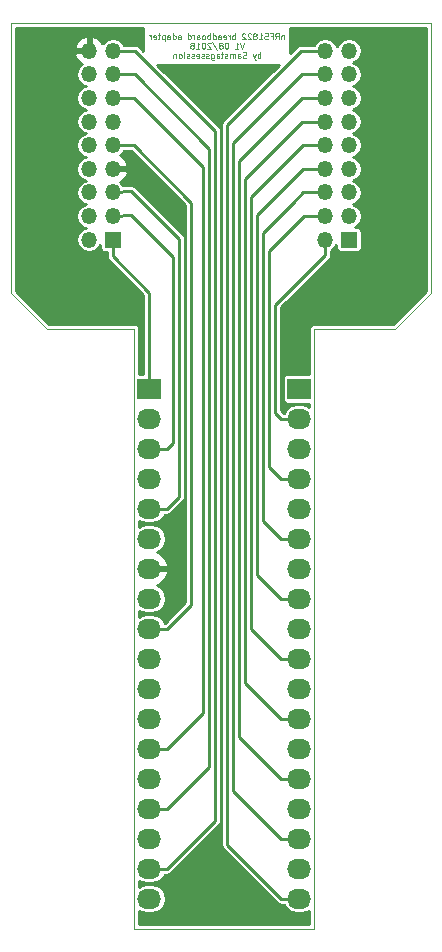
<source format=gbl>
G04 #@! TF.FileFunction,Copper,L2,Bot,Signal*
%FSLAX46Y46*%
G04 Gerber Fmt 4.6, Leading zero omitted, Abs format (unit mm)*
G04 Created by KiCad (PCBNEW 4.0.2+dfsg1-stable) date Do 23 Aug 2018 15:09:30 CEST*
%MOMM*%
G01*
G04 APERTURE LIST*
%ADD10C,0.100000*%
%ADD11R,1.350000X1.350000*%
%ADD12O,1.350000X1.350000*%
%ADD13R,2.032000X1.727200*%
%ADD14O,2.032000X1.727200*%
%ADD15C,0.600000*%
%ADD16C,0.250000*%
%ADD17C,0.254000*%
G04 APERTURE END LIST*
D10*
X123166664Y-66592857D02*
X123166664Y-66926190D01*
X123166664Y-66640476D02*
X123142855Y-66616667D01*
X123095236Y-66592857D01*
X123023807Y-66592857D01*
X122976188Y-66616667D01*
X122952379Y-66664286D01*
X122952379Y-66926190D01*
X122428569Y-66926190D02*
X122595236Y-66688095D01*
X122714283Y-66926190D02*
X122714283Y-66426190D01*
X122523807Y-66426190D01*
X122476188Y-66450000D01*
X122452379Y-66473810D01*
X122428569Y-66521429D01*
X122428569Y-66592857D01*
X122452379Y-66640476D01*
X122476188Y-66664286D01*
X122523807Y-66688095D01*
X122714283Y-66688095D01*
X122047617Y-66664286D02*
X122214283Y-66664286D01*
X122214283Y-66926190D02*
X122214283Y-66426190D01*
X121976188Y-66426190D01*
X121547617Y-66426190D02*
X121785712Y-66426190D01*
X121809522Y-66664286D01*
X121785712Y-66640476D01*
X121738093Y-66616667D01*
X121619046Y-66616667D01*
X121571427Y-66640476D01*
X121547617Y-66664286D01*
X121523808Y-66711905D01*
X121523808Y-66830952D01*
X121547617Y-66878571D01*
X121571427Y-66902381D01*
X121619046Y-66926190D01*
X121738093Y-66926190D01*
X121785712Y-66902381D01*
X121809522Y-66878571D01*
X121047618Y-66926190D02*
X121333332Y-66926190D01*
X121190475Y-66926190D02*
X121190475Y-66426190D01*
X121238094Y-66497619D01*
X121285713Y-66545238D01*
X121333332Y-66569048D01*
X120761904Y-66640476D02*
X120809523Y-66616667D01*
X120833332Y-66592857D01*
X120857142Y-66545238D01*
X120857142Y-66521429D01*
X120833332Y-66473810D01*
X120809523Y-66450000D01*
X120761904Y-66426190D01*
X120666666Y-66426190D01*
X120619047Y-66450000D01*
X120595237Y-66473810D01*
X120571428Y-66521429D01*
X120571428Y-66545238D01*
X120595237Y-66592857D01*
X120619047Y-66616667D01*
X120666666Y-66640476D01*
X120761904Y-66640476D01*
X120809523Y-66664286D01*
X120833332Y-66688095D01*
X120857142Y-66735714D01*
X120857142Y-66830952D01*
X120833332Y-66878571D01*
X120809523Y-66902381D01*
X120761904Y-66926190D01*
X120666666Y-66926190D01*
X120619047Y-66902381D01*
X120595237Y-66878571D01*
X120571428Y-66830952D01*
X120571428Y-66735714D01*
X120595237Y-66688095D01*
X120619047Y-66664286D01*
X120666666Y-66640476D01*
X120380952Y-66473810D02*
X120357142Y-66450000D01*
X120309523Y-66426190D01*
X120190476Y-66426190D01*
X120142857Y-66450000D01*
X120119047Y-66473810D01*
X120095238Y-66521429D01*
X120095238Y-66569048D01*
X120119047Y-66640476D01*
X120404761Y-66926190D01*
X120095238Y-66926190D01*
X119904762Y-66473810D02*
X119880952Y-66450000D01*
X119833333Y-66426190D01*
X119714286Y-66426190D01*
X119666667Y-66450000D01*
X119642857Y-66473810D01*
X119619048Y-66521429D01*
X119619048Y-66569048D01*
X119642857Y-66640476D01*
X119928571Y-66926190D01*
X119619048Y-66926190D01*
X119023810Y-66926190D02*
X119023810Y-66426190D01*
X119023810Y-66616667D02*
X118976191Y-66592857D01*
X118880953Y-66592857D01*
X118833334Y-66616667D01*
X118809525Y-66640476D01*
X118785715Y-66688095D01*
X118785715Y-66830952D01*
X118809525Y-66878571D01*
X118833334Y-66902381D01*
X118880953Y-66926190D01*
X118976191Y-66926190D01*
X119023810Y-66902381D01*
X118571429Y-66926190D02*
X118571429Y-66592857D01*
X118571429Y-66688095D02*
X118547620Y-66640476D01*
X118523810Y-66616667D01*
X118476191Y-66592857D01*
X118428572Y-66592857D01*
X118071429Y-66902381D02*
X118119048Y-66926190D01*
X118214286Y-66926190D01*
X118261905Y-66902381D01*
X118285715Y-66854762D01*
X118285715Y-66664286D01*
X118261905Y-66616667D01*
X118214286Y-66592857D01*
X118119048Y-66592857D01*
X118071429Y-66616667D01*
X118047620Y-66664286D01*
X118047620Y-66711905D01*
X118285715Y-66759524D01*
X117619049Y-66926190D02*
X117619049Y-66664286D01*
X117642858Y-66616667D01*
X117690477Y-66592857D01*
X117785715Y-66592857D01*
X117833334Y-66616667D01*
X117619049Y-66902381D02*
X117666668Y-66926190D01*
X117785715Y-66926190D01*
X117833334Y-66902381D01*
X117857144Y-66854762D01*
X117857144Y-66807143D01*
X117833334Y-66759524D01*
X117785715Y-66735714D01*
X117666668Y-66735714D01*
X117619049Y-66711905D01*
X117166668Y-66926190D02*
X117166668Y-66426190D01*
X117166668Y-66902381D02*
X117214287Y-66926190D01*
X117309525Y-66926190D01*
X117357144Y-66902381D01*
X117380953Y-66878571D01*
X117404763Y-66830952D01*
X117404763Y-66688095D01*
X117380953Y-66640476D01*
X117357144Y-66616667D01*
X117309525Y-66592857D01*
X117214287Y-66592857D01*
X117166668Y-66616667D01*
X116928572Y-66926190D02*
X116928572Y-66426190D01*
X116928572Y-66616667D02*
X116880953Y-66592857D01*
X116785715Y-66592857D01*
X116738096Y-66616667D01*
X116714287Y-66640476D01*
X116690477Y-66688095D01*
X116690477Y-66830952D01*
X116714287Y-66878571D01*
X116738096Y-66902381D01*
X116785715Y-66926190D01*
X116880953Y-66926190D01*
X116928572Y-66902381D01*
X116404763Y-66926190D02*
X116452382Y-66902381D01*
X116476191Y-66878571D01*
X116500001Y-66830952D01*
X116500001Y-66688095D01*
X116476191Y-66640476D01*
X116452382Y-66616667D01*
X116404763Y-66592857D01*
X116333334Y-66592857D01*
X116285715Y-66616667D01*
X116261906Y-66640476D01*
X116238096Y-66688095D01*
X116238096Y-66830952D01*
X116261906Y-66878571D01*
X116285715Y-66902381D01*
X116333334Y-66926190D01*
X116404763Y-66926190D01*
X115809525Y-66926190D02*
X115809525Y-66664286D01*
X115833334Y-66616667D01*
X115880953Y-66592857D01*
X115976191Y-66592857D01*
X116023810Y-66616667D01*
X115809525Y-66902381D02*
X115857144Y-66926190D01*
X115976191Y-66926190D01*
X116023810Y-66902381D01*
X116047620Y-66854762D01*
X116047620Y-66807143D01*
X116023810Y-66759524D01*
X115976191Y-66735714D01*
X115857144Y-66735714D01*
X115809525Y-66711905D01*
X115571429Y-66926190D02*
X115571429Y-66592857D01*
X115571429Y-66688095D02*
X115547620Y-66640476D01*
X115523810Y-66616667D01*
X115476191Y-66592857D01*
X115428572Y-66592857D01*
X115047620Y-66926190D02*
X115047620Y-66426190D01*
X115047620Y-66902381D02*
X115095239Y-66926190D01*
X115190477Y-66926190D01*
X115238096Y-66902381D01*
X115261905Y-66878571D01*
X115285715Y-66830952D01*
X115285715Y-66688095D01*
X115261905Y-66640476D01*
X115238096Y-66616667D01*
X115190477Y-66592857D01*
X115095239Y-66592857D01*
X115047620Y-66616667D01*
X114214287Y-66926190D02*
X114214287Y-66664286D01*
X114238096Y-66616667D01*
X114285715Y-66592857D01*
X114380953Y-66592857D01*
X114428572Y-66616667D01*
X114214287Y-66902381D02*
X114261906Y-66926190D01*
X114380953Y-66926190D01*
X114428572Y-66902381D01*
X114452382Y-66854762D01*
X114452382Y-66807143D01*
X114428572Y-66759524D01*
X114380953Y-66735714D01*
X114261906Y-66735714D01*
X114214287Y-66711905D01*
X113761906Y-66926190D02*
X113761906Y-66426190D01*
X113761906Y-66902381D02*
X113809525Y-66926190D01*
X113904763Y-66926190D01*
X113952382Y-66902381D01*
X113976191Y-66878571D01*
X114000001Y-66830952D01*
X114000001Y-66688095D01*
X113976191Y-66640476D01*
X113952382Y-66616667D01*
X113904763Y-66592857D01*
X113809525Y-66592857D01*
X113761906Y-66616667D01*
X113309525Y-66926190D02*
X113309525Y-66664286D01*
X113333334Y-66616667D01*
X113380953Y-66592857D01*
X113476191Y-66592857D01*
X113523810Y-66616667D01*
X113309525Y-66902381D02*
X113357144Y-66926190D01*
X113476191Y-66926190D01*
X113523810Y-66902381D01*
X113547620Y-66854762D01*
X113547620Y-66807143D01*
X113523810Y-66759524D01*
X113476191Y-66735714D01*
X113357144Y-66735714D01*
X113309525Y-66711905D01*
X113071429Y-66592857D02*
X113071429Y-67092857D01*
X113071429Y-66616667D02*
X113023810Y-66592857D01*
X112928572Y-66592857D01*
X112880953Y-66616667D01*
X112857144Y-66640476D01*
X112833334Y-66688095D01*
X112833334Y-66830952D01*
X112857144Y-66878571D01*
X112880953Y-66902381D01*
X112928572Y-66926190D01*
X113023810Y-66926190D01*
X113071429Y-66902381D01*
X112690477Y-66592857D02*
X112500001Y-66592857D01*
X112619048Y-66426190D02*
X112619048Y-66854762D01*
X112595239Y-66902381D01*
X112547620Y-66926190D01*
X112500001Y-66926190D01*
X112142858Y-66902381D02*
X112190477Y-66926190D01*
X112285715Y-66926190D01*
X112333334Y-66902381D01*
X112357144Y-66854762D01*
X112357144Y-66664286D01*
X112333334Y-66616667D01*
X112285715Y-66592857D01*
X112190477Y-66592857D01*
X112142858Y-66616667D01*
X112119049Y-66664286D01*
X112119049Y-66711905D01*
X112357144Y-66759524D01*
X111904763Y-66926190D02*
X111904763Y-66592857D01*
X111904763Y-66688095D02*
X111880954Y-66640476D01*
X111857144Y-66616667D01*
X111809525Y-66592857D01*
X111761906Y-66592857D01*
X119785712Y-67226190D02*
X119619045Y-67726190D01*
X119452379Y-67226190D01*
X119023808Y-67726190D02*
X119309522Y-67726190D01*
X119166665Y-67726190D02*
X119166665Y-67226190D01*
X119214284Y-67297619D01*
X119261903Y-67345238D01*
X119309522Y-67369048D01*
X118333332Y-67226190D02*
X118285713Y-67226190D01*
X118238094Y-67250000D01*
X118214285Y-67273810D01*
X118190475Y-67321429D01*
X118166666Y-67416667D01*
X118166666Y-67535714D01*
X118190475Y-67630952D01*
X118214285Y-67678571D01*
X118238094Y-67702381D01*
X118285713Y-67726190D01*
X118333332Y-67726190D01*
X118380951Y-67702381D01*
X118404761Y-67678571D01*
X118428570Y-67630952D01*
X118452380Y-67535714D01*
X118452380Y-67416667D01*
X118428570Y-67321429D01*
X118404761Y-67273810D01*
X118380951Y-67250000D01*
X118333332Y-67226190D01*
X117880952Y-67440476D02*
X117928571Y-67416667D01*
X117952380Y-67392857D01*
X117976190Y-67345238D01*
X117976190Y-67321429D01*
X117952380Y-67273810D01*
X117928571Y-67250000D01*
X117880952Y-67226190D01*
X117785714Y-67226190D01*
X117738095Y-67250000D01*
X117714285Y-67273810D01*
X117690476Y-67321429D01*
X117690476Y-67345238D01*
X117714285Y-67392857D01*
X117738095Y-67416667D01*
X117785714Y-67440476D01*
X117880952Y-67440476D01*
X117928571Y-67464286D01*
X117952380Y-67488095D01*
X117976190Y-67535714D01*
X117976190Y-67630952D01*
X117952380Y-67678571D01*
X117928571Y-67702381D01*
X117880952Y-67726190D01*
X117785714Y-67726190D01*
X117738095Y-67702381D01*
X117714285Y-67678571D01*
X117690476Y-67630952D01*
X117690476Y-67535714D01*
X117714285Y-67488095D01*
X117738095Y-67464286D01*
X117785714Y-67440476D01*
X117119048Y-67202381D02*
X117547619Y-67845238D01*
X116976190Y-67273810D02*
X116952380Y-67250000D01*
X116904761Y-67226190D01*
X116785714Y-67226190D01*
X116738095Y-67250000D01*
X116714285Y-67273810D01*
X116690476Y-67321429D01*
X116690476Y-67369048D01*
X116714285Y-67440476D01*
X116999999Y-67726190D01*
X116690476Y-67726190D01*
X116380952Y-67226190D02*
X116333333Y-67226190D01*
X116285714Y-67250000D01*
X116261905Y-67273810D01*
X116238095Y-67321429D01*
X116214286Y-67416667D01*
X116214286Y-67535714D01*
X116238095Y-67630952D01*
X116261905Y-67678571D01*
X116285714Y-67702381D01*
X116333333Y-67726190D01*
X116380952Y-67726190D01*
X116428571Y-67702381D01*
X116452381Y-67678571D01*
X116476190Y-67630952D01*
X116500000Y-67535714D01*
X116500000Y-67416667D01*
X116476190Y-67321429D01*
X116452381Y-67273810D01*
X116428571Y-67250000D01*
X116380952Y-67226190D01*
X115738096Y-67726190D02*
X116023810Y-67726190D01*
X115880953Y-67726190D02*
X115880953Y-67226190D01*
X115928572Y-67297619D01*
X115976191Y-67345238D01*
X116023810Y-67369048D01*
X115452382Y-67440476D02*
X115500001Y-67416667D01*
X115523810Y-67392857D01*
X115547620Y-67345238D01*
X115547620Y-67321429D01*
X115523810Y-67273810D01*
X115500001Y-67250000D01*
X115452382Y-67226190D01*
X115357144Y-67226190D01*
X115309525Y-67250000D01*
X115285715Y-67273810D01*
X115261906Y-67321429D01*
X115261906Y-67345238D01*
X115285715Y-67392857D01*
X115309525Y-67416667D01*
X115357144Y-67440476D01*
X115452382Y-67440476D01*
X115500001Y-67464286D01*
X115523810Y-67488095D01*
X115547620Y-67535714D01*
X115547620Y-67630952D01*
X115523810Y-67678571D01*
X115500001Y-67702381D01*
X115452382Y-67726190D01*
X115357144Y-67726190D01*
X115309525Y-67702381D01*
X115285715Y-67678571D01*
X115261906Y-67630952D01*
X115261906Y-67535714D01*
X115285715Y-67488095D01*
X115309525Y-67464286D01*
X115357144Y-67440476D01*
X121178570Y-68526190D02*
X121178570Y-68026190D01*
X121178570Y-68216667D02*
X121130951Y-68192857D01*
X121035713Y-68192857D01*
X120988094Y-68216667D01*
X120964285Y-68240476D01*
X120940475Y-68288095D01*
X120940475Y-68430952D01*
X120964285Y-68478571D01*
X120988094Y-68502381D01*
X121035713Y-68526190D01*
X121130951Y-68526190D01*
X121178570Y-68502381D01*
X120773808Y-68192857D02*
X120654761Y-68526190D01*
X120535713Y-68192857D02*
X120654761Y-68526190D01*
X120702380Y-68645238D01*
X120726189Y-68669048D01*
X120773808Y-68692857D01*
X119988095Y-68502381D02*
X119916666Y-68526190D01*
X119797619Y-68526190D01*
X119750000Y-68502381D01*
X119726190Y-68478571D01*
X119702381Y-68430952D01*
X119702381Y-68383333D01*
X119726190Y-68335714D01*
X119750000Y-68311905D01*
X119797619Y-68288095D01*
X119892857Y-68264286D01*
X119940476Y-68240476D01*
X119964285Y-68216667D01*
X119988095Y-68169048D01*
X119988095Y-68121429D01*
X119964285Y-68073810D01*
X119940476Y-68050000D01*
X119892857Y-68026190D01*
X119773809Y-68026190D01*
X119702381Y-68050000D01*
X119273810Y-68526190D02*
X119273810Y-68264286D01*
X119297619Y-68216667D01*
X119345238Y-68192857D01*
X119440476Y-68192857D01*
X119488095Y-68216667D01*
X119273810Y-68502381D02*
X119321429Y-68526190D01*
X119440476Y-68526190D01*
X119488095Y-68502381D01*
X119511905Y-68454762D01*
X119511905Y-68407143D01*
X119488095Y-68359524D01*
X119440476Y-68335714D01*
X119321429Y-68335714D01*
X119273810Y-68311905D01*
X119035714Y-68526190D02*
X119035714Y-68192857D01*
X119035714Y-68240476D02*
X119011905Y-68216667D01*
X118964286Y-68192857D01*
X118892857Y-68192857D01*
X118845238Y-68216667D01*
X118821429Y-68264286D01*
X118821429Y-68526190D01*
X118821429Y-68264286D02*
X118797619Y-68216667D01*
X118750000Y-68192857D01*
X118678572Y-68192857D01*
X118630952Y-68216667D01*
X118607143Y-68264286D01*
X118607143Y-68526190D01*
X118392857Y-68502381D02*
X118345238Y-68526190D01*
X118250000Y-68526190D01*
X118202381Y-68502381D01*
X118178571Y-68454762D01*
X118178571Y-68430952D01*
X118202381Y-68383333D01*
X118250000Y-68359524D01*
X118321428Y-68359524D01*
X118369047Y-68335714D01*
X118392857Y-68288095D01*
X118392857Y-68264286D01*
X118369047Y-68216667D01*
X118321428Y-68192857D01*
X118250000Y-68192857D01*
X118202381Y-68216667D01*
X118035714Y-68192857D02*
X117845238Y-68192857D01*
X117964285Y-68026190D02*
X117964285Y-68454762D01*
X117940476Y-68502381D01*
X117892857Y-68526190D01*
X117845238Y-68526190D01*
X117464286Y-68526190D02*
X117464286Y-68264286D01*
X117488095Y-68216667D01*
X117535714Y-68192857D01*
X117630952Y-68192857D01*
X117678571Y-68216667D01*
X117464286Y-68502381D02*
X117511905Y-68526190D01*
X117630952Y-68526190D01*
X117678571Y-68502381D01*
X117702381Y-68454762D01*
X117702381Y-68407143D01*
X117678571Y-68359524D01*
X117630952Y-68335714D01*
X117511905Y-68335714D01*
X117464286Y-68311905D01*
X117011905Y-68192857D02*
X117011905Y-68597619D01*
X117035714Y-68645238D01*
X117059524Y-68669048D01*
X117107143Y-68692857D01*
X117178571Y-68692857D01*
X117226190Y-68669048D01*
X117011905Y-68502381D02*
X117059524Y-68526190D01*
X117154762Y-68526190D01*
X117202381Y-68502381D01*
X117226190Y-68478571D01*
X117250000Y-68430952D01*
X117250000Y-68288095D01*
X117226190Y-68240476D01*
X117202381Y-68216667D01*
X117154762Y-68192857D01*
X117059524Y-68192857D01*
X117011905Y-68216667D01*
X116797619Y-68502381D02*
X116750000Y-68526190D01*
X116654762Y-68526190D01*
X116607143Y-68502381D01*
X116583333Y-68454762D01*
X116583333Y-68430952D01*
X116607143Y-68383333D01*
X116654762Y-68359524D01*
X116726190Y-68359524D01*
X116773809Y-68335714D01*
X116797619Y-68288095D01*
X116797619Y-68264286D01*
X116773809Y-68216667D01*
X116726190Y-68192857D01*
X116654762Y-68192857D01*
X116607143Y-68216667D01*
X116392857Y-68502381D02*
X116345238Y-68526190D01*
X116250000Y-68526190D01*
X116202381Y-68502381D01*
X116178571Y-68454762D01*
X116178571Y-68430952D01*
X116202381Y-68383333D01*
X116250000Y-68359524D01*
X116321428Y-68359524D01*
X116369047Y-68335714D01*
X116392857Y-68288095D01*
X116392857Y-68264286D01*
X116369047Y-68216667D01*
X116321428Y-68192857D01*
X116250000Y-68192857D01*
X116202381Y-68216667D01*
X115773809Y-68502381D02*
X115821428Y-68526190D01*
X115916666Y-68526190D01*
X115964285Y-68502381D01*
X115988095Y-68454762D01*
X115988095Y-68264286D01*
X115964285Y-68216667D01*
X115916666Y-68192857D01*
X115821428Y-68192857D01*
X115773809Y-68216667D01*
X115750000Y-68264286D01*
X115750000Y-68311905D01*
X115988095Y-68359524D01*
X115559524Y-68502381D02*
X115511905Y-68526190D01*
X115416667Y-68526190D01*
X115369048Y-68502381D01*
X115345238Y-68454762D01*
X115345238Y-68430952D01*
X115369048Y-68383333D01*
X115416667Y-68359524D01*
X115488095Y-68359524D01*
X115535714Y-68335714D01*
X115559524Y-68288095D01*
X115559524Y-68264286D01*
X115535714Y-68216667D01*
X115488095Y-68192857D01*
X115416667Y-68192857D01*
X115369048Y-68216667D01*
X115154762Y-68502381D02*
X115107143Y-68526190D01*
X115011905Y-68526190D01*
X114964286Y-68502381D01*
X114940476Y-68454762D01*
X114940476Y-68430952D01*
X114964286Y-68383333D01*
X115011905Y-68359524D01*
X115083333Y-68359524D01*
X115130952Y-68335714D01*
X115154762Y-68288095D01*
X115154762Y-68264286D01*
X115130952Y-68216667D01*
X115083333Y-68192857D01*
X115011905Y-68192857D01*
X114964286Y-68216667D01*
X114726190Y-68526190D02*
X114726190Y-68192857D01*
X114726190Y-68026190D02*
X114750000Y-68050000D01*
X114726190Y-68073810D01*
X114702381Y-68050000D01*
X114726190Y-68026190D01*
X114726190Y-68073810D01*
X114416667Y-68526190D02*
X114464286Y-68502381D01*
X114488095Y-68478571D01*
X114511905Y-68430952D01*
X114511905Y-68288095D01*
X114488095Y-68240476D01*
X114464286Y-68216667D01*
X114416667Y-68192857D01*
X114345238Y-68192857D01*
X114297619Y-68216667D01*
X114273810Y-68240476D01*
X114250000Y-68288095D01*
X114250000Y-68430952D01*
X114273810Y-68478571D01*
X114297619Y-68502381D01*
X114345238Y-68526190D01*
X114416667Y-68526190D01*
X114035714Y-68192857D02*
X114035714Y-68526190D01*
X114035714Y-68240476D02*
X114011905Y-68216667D01*
X113964286Y-68192857D01*
X113892857Y-68192857D01*
X113845238Y-68216667D01*
X113821429Y-68264286D01*
X113821429Y-68526190D01*
X135636000Y-88392000D02*
X135636000Y-65532000D01*
X125730000Y-91440000D02*
X132588000Y-91440000D01*
X103124000Y-91440000D02*
X110490000Y-91440000D01*
X100076000Y-88392000D02*
X103124000Y-91440000D01*
X110490000Y-142240000D02*
X125730000Y-142240000D01*
X125730000Y-91440000D02*
X125730000Y-142240000D01*
X132588000Y-91440000D02*
X135636000Y-88392000D01*
X110490000Y-91440000D02*
X110490000Y-142240000D01*
X100076000Y-65532000D02*
X100076000Y-88392000D01*
X135636000Y-65532000D02*
X100076000Y-65532000D01*
D11*
X108680000Y-83900000D03*
D12*
X106680000Y-83900000D03*
X108680000Y-81900000D03*
X106680000Y-81900000D03*
X108680000Y-79900000D03*
X106680000Y-79900000D03*
X108680000Y-77900000D03*
X106680000Y-77900000D03*
X108680000Y-75900000D03*
X106680000Y-75900000D03*
X108680000Y-73900000D03*
X106680000Y-73900000D03*
X108680000Y-71900000D03*
X106680000Y-71900000D03*
X108680000Y-69900000D03*
X106680000Y-69900000D03*
X108680000Y-67900000D03*
X106680000Y-67900000D03*
D11*
X128680000Y-83900000D03*
D12*
X126680000Y-83900000D03*
X128680000Y-81900000D03*
X126680000Y-81900000D03*
X128680000Y-79900000D03*
X126680000Y-79900000D03*
X128680000Y-77900000D03*
X126680000Y-77900000D03*
X128680000Y-75900000D03*
X126680000Y-75900000D03*
X128680000Y-73900000D03*
X126680000Y-73900000D03*
X128680000Y-71900000D03*
X126680000Y-71900000D03*
X128680000Y-69900000D03*
X126680000Y-69900000D03*
X128680000Y-67900000D03*
X126680000Y-67900000D03*
D13*
X111760000Y-96520000D03*
D14*
X111760000Y-99060000D03*
X111760000Y-101600000D03*
X111760000Y-104140000D03*
X111760000Y-106680000D03*
X111760000Y-109220000D03*
X111760000Y-111760000D03*
X111760000Y-114300000D03*
X111760000Y-116840000D03*
X111760000Y-119380000D03*
X111760000Y-121920000D03*
X111760000Y-124460000D03*
X111760000Y-127000000D03*
X111760000Y-129540000D03*
X111760000Y-132080000D03*
X111760000Y-134620000D03*
X111760000Y-137160000D03*
X111760000Y-139700000D03*
D13*
X124460000Y-96520000D03*
D14*
X124460000Y-99060000D03*
X124460000Y-101600000D03*
X124460000Y-104140000D03*
X124460000Y-106680000D03*
X124460000Y-109220000D03*
X124460000Y-111760000D03*
X124460000Y-114300000D03*
X124460000Y-116840000D03*
X124460000Y-119380000D03*
X124460000Y-121920000D03*
X124460000Y-124460000D03*
X124460000Y-127000000D03*
X124460000Y-129540000D03*
X124460000Y-132080000D03*
X124460000Y-134620000D03*
X124460000Y-137160000D03*
X124460000Y-139700000D03*
D15*
X120650000Y-70866000D03*
X115062000Y-70866000D03*
X124841000Y-66802000D03*
D16*
X108680000Y-83900000D02*
X108680000Y-85312000D01*
X111760000Y-88392000D02*
X111760000Y-96520000D01*
X108680000Y-85312000D02*
X111760000Y-88392000D01*
X108680000Y-81900000D02*
X110236000Y-81788000D01*
X113284000Y-101600000D02*
X111760000Y-101600000D01*
X113792000Y-101092000D02*
X113284000Y-101600000D01*
X113792000Y-85344000D02*
X113792000Y-101092000D01*
X110236000Y-81788000D02*
X113792000Y-85344000D01*
X108680000Y-79900000D02*
X110236000Y-79756000D01*
X113284000Y-106680000D02*
X111760000Y-106680000D01*
X114300000Y-105664000D02*
X113284000Y-106680000D01*
X114300000Y-83820000D02*
X114300000Y-105664000D01*
X110236000Y-79756000D02*
X114300000Y-83820000D01*
X115062000Y-70866000D02*
X120650000Y-70866000D01*
X108680000Y-77900000D02*
X110412000Y-77900000D01*
X110412000Y-77900000D02*
X110744000Y-78232000D01*
X113284000Y-111760000D02*
X111760000Y-111760000D01*
X114808000Y-110236000D02*
X113284000Y-111760000D01*
X114808000Y-82296000D02*
X114808000Y-110236000D01*
X110744000Y-78232000D02*
X114808000Y-82296000D01*
X108680000Y-75900000D02*
X110444000Y-75900000D01*
X113284000Y-116840000D02*
X111760000Y-116840000D01*
X115316000Y-114808000D02*
X113284000Y-116840000D01*
X115316000Y-80772000D02*
X115316000Y-114808000D01*
X110444000Y-75900000D02*
X115316000Y-80772000D01*
X108680000Y-71900000D02*
X110508000Y-71900000D01*
X113284000Y-127000000D02*
X111760000Y-127000000D01*
X116332000Y-123952000D02*
X113284000Y-127000000D01*
X116332000Y-77724000D02*
X116332000Y-123952000D01*
X110508000Y-71900000D02*
X116332000Y-77724000D01*
X108680000Y-69900000D02*
X110540000Y-69900000D01*
X113284000Y-132080000D02*
X111760000Y-132080000D01*
X116840000Y-128524000D02*
X113284000Y-132080000D01*
X116840000Y-76200000D02*
X116840000Y-128524000D01*
X110540000Y-69900000D02*
X116840000Y-76200000D01*
X108680000Y-67900000D02*
X110572000Y-67900000D01*
X113284000Y-137160000D02*
X111760000Y-137160000D01*
X117348000Y-133096000D02*
X113284000Y-137160000D01*
X117348000Y-74676000D02*
X117348000Y-133096000D01*
X110572000Y-67900000D02*
X117348000Y-74676000D01*
X126680000Y-83900000D02*
X126680000Y-85156000D01*
X122936000Y-99060000D02*
X124460000Y-99060000D01*
X122428000Y-98552000D02*
X122936000Y-99060000D01*
X122428000Y-89408000D02*
X122428000Y-98552000D01*
X126680000Y-85156000D02*
X122428000Y-89408000D01*
X126680000Y-81900000D02*
X124856000Y-81900000D01*
X122936000Y-104140000D02*
X124460000Y-104140000D01*
X121920000Y-103124000D02*
X122936000Y-104140000D01*
X121920000Y-88900000D02*
X121920000Y-103124000D01*
X121920000Y-84836000D02*
X121920000Y-88900000D01*
X124460000Y-82296000D02*
X121920000Y-84836000D01*
X124856000Y-81900000D02*
X124460000Y-82296000D01*
X126680000Y-79900000D02*
X124824000Y-79900000D01*
X122936000Y-109220000D02*
X124460000Y-109220000D01*
X121412000Y-107696000D02*
X122936000Y-109220000D01*
X121412000Y-88392000D02*
X121412000Y-107696000D01*
X121412000Y-83312000D02*
X121412000Y-88392000D01*
X123952000Y-80772000D02*
X121412000Y-83312000D01*
X124824000Y-79900000D02*
X123952000Y-80772000D01*
X126680000Y-77900000D02*
X124792000Y-77900000D01*
X122936000Y-114300000D02*
X124460000Y-114300000D01*
X120904000Y-112268000D02*
X122936000Y-114300000D01*
X120904000Y-87884000D02*
X120904000Y-112268000D01*
X120904000Y-81788000D02*
X120904000Y-87884000D01*
X123444000Y-79248000D02*
X120904000Y-81788000D01*
X124792000Y-77900000D02*
X123444000Y-79248000D01*
X126680000Y-75900000D02*
X124760000Y-75900000D01*
X122936000Y-119380000D02*
X124460000Y-119380000D01*
X120396000Y-116840000D02*
X122936000Y-119380000D01*
X120396000Y-87376000D02*
X120396000Y-116840000D01*
X120396000Y-80264000D02*
X120396000Y-87376000D01*
X122936000Y-77724000D02*
X120396000Y-80264000D01*
X124760000Y-75900000D02*
X122936000Y-77724000D01*
X126680000Y-73900000D02*
X124728000Y-73900000D01*
X122936000Y-124460000D02*
X124460000Y-124460000D01*
X119888000Y-121412000D02*
X122936000Y-124460000D01*
X119888000Y-86868000D02*
X119888000Y-121412000D01*
X119888000Y-78740000D02*
X119888000Y-86868000D01*
X122428000Y-76200000D02*
X119888000Y-78740000D01*
X124728000Y-73900000D02*
X122428000Y-76200000D01*
X126680000Y-71900000D02*
X124696000Y-71900000D01*
X122936000Y-129540000D02*
X124460000Y-129540000D01*
X119380000Y-125984000D02*
X122936000Y-129540000D01*
X119380000Y-86360000D02*
X119380000Y-125984000D01*
X119380000Y-77216000D02*
X119380000Y-86360000D01*
X121977998Y-74618002D02*
X119380000Y-77216000D01*
X124696000Y-71900000D02*
X121977998Y-74618002D01*
X126680000Y-69900000D02*
X124664000Y-69900000D01*
X122936000Y-134620000D02*
X124460000Y-134620000D01*
X118872000Y-130556000D02*
X122936000Y-134620000D01*
X118872000Y-85852000D02*
X118872000Y-130556000D01*
X118872000Y-75692000D02*
X118872000Y-85852000D01*
X121412000Y-73152000D02*
X118872000Y-75692000D01*
X124664000Y-69900000D02*
X121412000Y-73152000D01*
X122936000Y-139700000D02*
X124460000Y-139700000D01*
X118364000Y-135128000D02*
X122936000Y-139700000D01*
X126680000Y-67900000D02*
X124632000Y-67900000D01*
X118364000Y-85344000D02*
X118364000Y-135128000D01*
X118364000Y-74168000D02*
X118364000Y-85344000D01*
X120904000Y-71628000D02*
X118364000Y-74168000D01*
X124632000Y-67900000D02*
X120904000Y-71628000D01*
D17*
G36*
X118006204Y-73810204D02*
X117896517Y-73974362D01*
X117858000Y-74168000D01*
X117858000Y-135128000D01*
X117896517Y-135321638D01*
X118006204Y-135485796D01*
X122578204Y-140057796D01*
X122742362Y-140167483D01*
X122936000Y-140206000D01*
X123150224Y-140206000D01*
X123400166Y-140580065D01*
X123803943Y-140849860D01*
X124280231Y-140944600D01*
X124639769Y-140944600D01*
X125116057Y-140849860D01*
X125299000Y-140727621D01*
X125299000Y-141809000D01*
X110921000Y-141809000D01*
X110921000Y-140727621D01*
X111103943Y-140849860D01*
X111580231Y-140944600D01*
X111939769Y-140944600D01*
X112416057Y-140849860D01*
X112819834Y-140580065D01*
X113089629Y-140176288D01*
X113184369Y-139700000D01*
X113089629Y-139223712D01*
X112819834Y-138819935D01*
X112416057Y-138550140D01*
X111939769Y-138455400D01*
X111580231Y-138455400D01*
X111103943Y-138550140D01*
X110921000Y-138672379D01*
X110921000Y-138187621D01*
X111103943Y-138309860D01*
X111580231Y-138404600D01*
X111939769Y-138404600D01*
X112416057Y-138309860D01*
X112819834Y-138040065D01*
X113069776Y-137666000D01*
X113284000Y-137666000D01*
X113477638Y-137627483D01*
X113641796Y-137517796D01*
X117705796Y-133453796D01*
X117815483Y-133289638D01*
X117854000Y-133096000D01*
X117854000Y-74676000D01*
X117815483Y-74482362D01*
X117705796Y-74318204D01*
X112468592Y-69081000D01*
X122735408Y-69081000D01*
X118006204Y-73810204D01*
X118006204Y-73810204D01*
G37*
X118006204Y-73810204D02*
X117896517Y-73974362D01*
X117858000Y-74168000D01*
X117858000Y-135128000D01*
X117896517Y-135321638D01*
X118006204Y-135485796D01*
X122578204Y-140057796D01*
X122742362Y-140167483D01*
X122936000Y-140206000D01*
X123150224Y-140206000D01*
X123400166Y-140580065D01*
X123803943Y-140849860D01*
X124280231Y-140944600D01*
X124639769Y-140944600D01*
X125116057Y-140849860D01*
X125299000Y-140727621D01*
X125299000Y-141809000D01*
X110921000Y-141809000D01*
X110921000Y-140727621D01*
X111103943Y-140849860D01*
X111580231Y-140944600D01*
X111939769Y-140944600D01*
X112416057Y-140849860D01*
X112819834Y-140580065D01*
X113089629Y-140176288D01*
X113184369Y-139700000D01*
X113089629Y-139223712D01*
X112819834Y-138819935D01*
X112416057Y-138550140D01*
X111939769Y-138455400D01*
X111580231Y-138455400D01*
X111103943Y-138550140D01*
X110921000Y-138672379D01*
X110921000Y-138187621D01*
X111103943Y-138309860D01*
X111580231Y-138404600D01*
X111939769Y-138404600D01*
X112416057Y-138309860D01*
X112819834Y-138040065D01*
X113069776Y-137666000D01*
X113284000Y-137666000D01*
X113477638Y-137627483D01*
X113641796Y-137517796D01*
X117705796Y-133453796D01*
X117815483Y-133289638D01*
X117854000Y-133096000D01*
X117854000Y-74676000D01*
X117815483Y-74482362D01*
X117705796Y-74318204D01*
X112468592Y-69081000D01*
X122735408Y-69081000D01*
X118006204Y-73810204D01*
G36*
X114810000Y-80981592D02*
X114810000Y-114598408D01*
X113074408Y-116334000D01*
X113069776Y-116334000D01*
X112819834Y-115959935D01*
X112416057Y-115690140D01*
X111939769Y-115595400D01*
X111580231Y-115595400D01*
X111103943Y-115690140D01*
X110921000Y-115812379D01*
X110921000Y-115327621D01*
X111103943Y-115449860D01*
X111580231Y-115544600D01*
X111939769Y-115544600D01*
X112416057Y-115449860D01*
X112819834Y-115180065D01*
X113089629Y-114776288D01*
X113184369Y-114300000D01*
X113089629Y-113823712D01*
X112819834Y-113419935D01*
X112416057Y-113150140D01*
X112401757Y-113147296D01*
X112674320Y-113051954D01*
X113110732Y-112662036D01*
X113364709Y-112134791D01*
X113367358Y-112119026D01*
X113246217Y-111887000D01*
X111887000Y-111887000D01*
X111887000Y-111907000D01*
X111633000Y-111907000D01*
X111633000Y-111887000D01*
X111613000Y-111887000D01*
X111613000Y-111633000D01*
X111633000Y-111633000D01*
X111633000Y-111613000D01*
X111887000Y-111613000D01*
X111887000Y-111633000D01*
X113246217Y-111633000D01*
X113367358Y-111400974D01*
X113364709Y-111385209D01*
X113110732Y-110857964D01*
X112674320Y-110468046D01*
X112401757Y-110372704D01*
X112416057Y-110369860D01*
X112819834Y-110100065D01*
X113089629Y-109696288D01*
X113184369Y-109220000D01*
X113089629Y-108743712D01*
X112819834Y-108339935D01*
X112416057Y-108070140D01*
X111939769Y-107975400D01*
X111580231Y-107975400D01*
X111103943Y-108070140D01*
X110921000Y-108192379D01*
X110921000Y-107707621D01*
X111103943Y-107829860D01*
X111580231Y-107924600D01*
X111939769Y-107924600D01*
X112416057Y-107829860D01*
X112819834Y-107560065D01*
X113069776Y-107186000D01*
X113284000Y-107186000D01*
X113477638Y-107147483D01*
X113641796Y-107037796D01*
X114657796Y-106021796D01*
X114767483Y-105857638D01*
X114806000Y-105664000D01*
X114806000Y-83820000D01*
X114767483Y-83626362D01*
X114657796Y-83462204D01*
X110593796Y-79398204D01*
X110574169Y-79385090D01*
X110559302Y-79366755D01*
X110492664Y-79330630D01*
X110429638Y-79288517D01*
X110406487Y-79283912D01*
X110385735Y-79272662D01*
X110310343Y-79264788D01*
X110236000Y-79250000D01*
X110212849Y-79254605D01*
X110189371Y-79252153D01*
X109552811Y-79311063D01*
X109447393Y-79153295D01*
X109276166Y-79038885D01*
X109469540Y-78945349D01*
X109809478Y-78563633D01*
X109947910Y-78229400D01*
X109824224Y-78027000D01*
X108807000Y-78027000D01*
X108807000Y-78047000D01*
X108553000Y-78047000D01*
X108553000Y-78027000D01*
X108533000Y-78027000D01*
X108533000Y-77773000D01*
X108553000Y-77773000D01*
X108553000Y-77753000D01*
X108807000Y-77753000D01*
X108807000Y-77773000D01*
X109824224Y-77773000D01*
X109947910Y-77570600D01*
X109809478Y-77236367D01*
X109469540Y-76854651D01*
X109276166Y-76761115D01*
X109447393Y-76646705D01*
X109608227Y-76406000D01*
X110234408Y-76406000D01*
X114810000Y-80981592D01*
X114810000Y-80981592D01*
G37*
X114810000Y-80981592D02*
X114810000Y-114598408D01*
X113074408Y-116334000D01*
X113069776Y-116334000D01*
X112819834Y-115959935D01*
X112416057Y-115690140D01*
X111939769Y-115595400D01*
X111580231Y-115595400D01*
X111103943Y-115690140D01*
X110921000Y-115812379D01*
X110921000Y-115327621D01*
X111103943Y-115449860D01*
X111580231Y-115544600D01*
X111939769Y-115544600D01*
X112416057Y-115449860D01*
X112819834Y-115180065D01*
X113089629Y-114776288D01*
X113184369Y-114300000D01*
X113089629Y-113823712D01*
X112819834Y-113419935D01*
X112416057Y-113150140D01*
X112401757Y-113147296D01*
X112674320Y-113051954D01*
X113110732Y-112662036D01*
X113364709Y-112134791D01*
X113367358Y-112119026D01*
X113246217Y-111887000D01*
X111887000Y-111887000D01*
X111887000Y-111907000D01*
X111633000Y-111907000D01*
X111633000Y-111887000D01*
X111613000Y-111887000D01*
X111613000Y-111633000D01*
X111633000Y-111633000D01*
X111633000Y-111613000D01*
X111887000Y-111613000D01*
X111887000Y-111633000D01*
X113246217Y-111633000D01*
X113367358Y-111400974D01*
X113364709Y-111385209D01*
X113110732Y-110857964D01*
X112674320Y-110468046D01*
X112401757Y-110372704D01*
X112416057Y-110369860D01*
X112819834Y-110100065D01*
X113089629Y-109696288D01*
X113184369Y-109220000D01*
X113089629Y-108743712D01*
X112819834Y-108339935D01*
X112416057Y-108070140D01*
X111939769Y-107975400D01*
X111580231Y-107975400D01*
X111103943Y-108070140D01*
X110921000Y-108192379D01*
X110921000Y-107707621D01*
X111103943Y-107829860D01*
X111580231Y-107924600D01*
X111939769Y-107924600D01*
X112416057Y-107829860D01*
X112819834Y-107560065D01*
X113069776Y-107186000D01*
X113284000Y-107186000D01*
X113477638Y-107147483D01*
X113641796Y-107037796D01*
X114657796Y-106021796D01*
X114767483Y-105857638D01*
X114806000Y-105664000D01*
X114806000Y-83820000D01*
X114767483Y-83626362D01*
X114657796Y-83462204D01*
X110593796Y-79398204D01*
X110574169Y-79385090D01*
X110559302Y-79366755D01*
X110492664Y-79330630D01*
X110429638Y-79288517D01*
X110406487Y-79283912D01*
X110385735Y-79272662D01*
X110310343Y-79264788D01*
X110236000Y-79250000D01*
X110212849Y-79254605D01*
X110189371Y-79252153D01*
X109552811Y-79311063D01*
X109447393Y-79153295D01*
X109276166Y-79038885D01*
X109469540Y-78945349D01*
X109809478Y-78563633D01*
X109947910Y-78229400D01*
X109824224Y-78027000D01*
X108807000Y-78027000D01*
X108807000Y-78047000D01*
X108553000Y-78047000D01*
X108553000Y-78027000D01*
X108533000Y-78027000D01*
X108533000Y-77773000D01*
X108553000Y-77773000D01*
X108553000Y-77753000D01*
X108807000Y-77753000D01*
X108807000Y-77773000D01*
X109824224Y-77773000D01*
X109947910Y-77570600D01*
X109809478Y-77236367D01*
X109469540Y-76854651D01*
X109276166Y-76761115D01*
X109447393Y-76646705D01*
X109608227Y-76406000D01*
X110234408Y-76406000D01*
X114810000Y-80981592D01*
G36*
X111887000Y-98933000D02*
X111907000Y-98933000D01*
X111907000Y-99187000D01*
X111887000Y-99187000D01*
X111887000Y-99207000D01*
X111633000Y-99207000D01*
X111633000Y-99187000D01*
X111613000Y-99187000D01*
X111613000Y-98933000D01*
X111633000Y-98933000D01*
X111633000Y-98913000D01*
X111887000Y-98913000D01*
X111887000Y-98933000D01*
X111887000Y-98933000D01*
G37*
X111887000Y-98933000D02*
X111907000Y-98933000D01*
X111907000Y-99187000D01*
X111887000Y-99187000D01*
X111887000Y-99207000D01*
X111633000Y-99207000D01*
X111633000Y-99187000D01*
X111613000Y-99187000D01*
X111613000Y-98933000D01*
X111633000Y-98933000D01*
X111633000Y-98913000D01*
X111887000Y-98913000D01*
X111887000Y-98933000D01*
G36*
X135205000Y-88213474D02*
X132409474Y-91009000D01*
X125730000Y-91009000D01*
X125565063Y-91041808D01*
X125425237Y-91135237D01*
X125331808Y-91275063D01*
X125299000Y-91440000D01*
X125299000Y-95267936D01*
X123444000Y-95267936D01*
X123302810Y-95294503D01*
X123173135Y-95377946D01*
X123086141Y-95505266D01*
X123055536Y-95656400D01*
X123055536Y-97383600D01*
X123082103Y-97524790D01*
X123165546Y-97654465D01*
X123292866Y-97741459D01*
X123444000Y-97772064D01*
X125299000Y-97772064D01*
X125299000Y-98032379D01*
X125116057Y-97910140D01*
X124639769Y-97815400D01*
X124280231Y-97815400D01*
X123803943Y-97910140D01*
X123400166Y-98179935D01*
X123150224Y-98554000D01*
X123145592Y-98554000D01*
X122934000Y-98342408D01*
X122934000Y-89617592D01*
X127037796Y-85513796D01*
X127147483Y-85349638D01*
X127186000Y-85156000D01*
X127186000Y-84821362D01*
X127447393Y-84646705D01*
X127616536Y-84393565D01*
X127616536Y-84575000D01*
X127643103Y-84716190D01*
X127726546Y-84845865D01*
X127853866Y-84932859D01*
X128005000Y-84963464D01*
X129355000Y-84963464D01*
X129496190Y-84936897D01*
X129625865Y-84853454D01*
X129712859Y-84726134D01*
X129743464Y-84575000D01*
X129743464Y-83225000D01*
X129716897Y-83083810D01*
X129633454Y-82954135D01*
X129506134Y-82867141D01*
X129355000Y-82836536D01*
X129163291Y-82836536D01*
X129447393Y-82646705D01*
X129676305Y-82304114D01*
X129756688Y-81900000D01*
X129676305Y-81495886D01*
X129447393Y-81153295D01*
X129104802Y-80924383D01*
X128982220Y-80900000D01*
X129104802Y-80875617D01*
X129447393Y-80646705D01*
X129676305Y-80304114D01*
X129756688Y-79900000D01*
X129676305Y-79495886D01*
X129447393Y-79153295D01*
X129104802Y-78924383D01*
X128982220Y-78900000D01*
X129104802Y-78875617D01*
X129447393Y-78646705D01*
X129676305Y-78304114D01*
X129756688Y-77900000D01*
X129676305Y-77495886D01*
X129447393Y-77153295D01*
X129104802Y-76924383D01*
X128982220Y-76900000D01*
X129104802Y-76875617D01*
X129447393Y-76646705D01*
X129676305Y-76304114D01*
X129756688Y-75900000D01*
X129676305Y-75495886D01*
X129447393Y-75153295D01*
X129104802Y-74924383D01*
X128982220Y-74900000D01*
X129104802Y-74875617D01*
X129447393Y-74646705D01*
X129676305Y-74304114D01*
X129756688Y-73900000D01*
X129676305Y-73495886D01*
X129447393Y-73153295D01*
X129104802Y-72924383D01*
X128982220Y-72900000D01*
X129104802Y-72875617D01*
X129447393Y-72646705D01*
X129676305Y-72304114D01*
X129756688Y-71900000D01*
X129676305Y-71495886D01*
X129447393Y-71153295D01*
X129104802Y-70924383D01*
X128982220Y-70900000D01*
X129104802Y-70875617D01*
X129447393Y-70646705D01*
X129676305Y-70304114D01*
X129756688Y-69900000D01*
X129676305Y-69495886D01*
X129447393Y-69153295D01*
X129104802Y-68924383D01*
X128982220Y-68900000D01*
X129104802Y-68875617D01*
X129447393Y-68646705D01*
X129676305Y-68304114D01*
X129756688Y-67900000D01*
X129676305Y-67495886D01*
X129447393Y-67153295D01*
X129104802Y-66924383D01*
X128700688Y-66844000D01*
X128659312Y-66844000D01*
X128255198Y-66924383D01*
X127912607Y-67153295D01*
X127683695Y-67495886D01*
X127680000Y-67514462D01*
X127676305Y-67495886D01*
X127447393Y-67153295D01*
X127104802Y-66924383D01*
X126700688Y-66844000D01*
X126659312Y-66844000D01*
X126255198Y-66924383D01*
X125912607Y-67153295D01*
X125751773Y-67394000D01*
X124632000Y-67394000D01*
X124438362Y-67432517D01*
X124274204Y-67542204D01*
X123716713Y-68099695D01*
X123716713Y-65963000D01*
X135205000Y-65963000D01*
X135205000Y-88213474D01*
X135205000Y-88213474D01*
G37*
X135205000Y-88213474D02*
X132409474Y-91009000D01*
X125730000Y-91009000D01*
X125565063Y-91041808D01*
X125425237Y-91135237D01*
X125331808Y-91275063D01*
X125299000Y-91440000D01*
X125299000Y-95267936D01*
X123444000Y-95267936D01*
X123302810Y-95294503D01*
X123173135Y-95377946D01*
X123086141Y-95505266D01*
X123055536Y-95656400D01*
X123055536Y-97383600D01*
X123082103Y-97524790D01*
X123165546Y-97654465D01*
X123292866Y-97741459D01*
X123444000Y-97772064D01*
X125299000Y-97772064D01*
X125299000Y-98032379D01*
X125116057Y-97910140D01*
X124639769Y-97815400D01*
X124280231Y-97815400D01*
X123803943Y-97910140D01*
X123400166Y-98179935D01*
X123150224Y-98554000D01*
X123145592Y-98554000D01*
X122934000Y-98342408D01*
X122934000Y-89617592D01*
X127037796Y-85513796D01*
X127147483Y-85349638D01*
X127186000Y-85156000D01*
X127186000Y-84821362D01*
X127447393Y-84646705D01*
X127616536Y-84393565D01*
X127616536Y-84575000D01*
X127643103Y-84716190D01*
X127726546Y-84845865D01*
X127853866Y-84932859D01*
X128005000Y-84963464D01*
X129355000Y-84963464D01*
X129496190Y-84936897D01*
X129625865Y-84853454D01*
X129712859Y-84726134D01*
X129743464Y-84575000D01*
X129743464Y-83225000D01*
X129716897Y-83083810D01*
X129633454Y-82954135D01*
X129506134Y-82867141D01*
X129355000Y-82836536D01*
X129163291Y-82836536D01*
X129447393Y-82646705D01*
X129676305Y-82304114D01*
X129756688Y-81900000D01*
X129676305Y-81495886D01*
X129447393Y-81153295D01*
X129104802Y-80924383D01*
X128982220Y-80900000D01*
X129104802Y-80875617D01*
X129447393Y-80646705D01*
X129676305Y-80304114D01*
X129756688Y-79900000D01*
X129676305Y-79495886D01*
X129447393Y-79153295D01*
X129104802Y-78924383D01*
X128982220Y-78900000D01*
X129104802Y-78875617D01*
X129447393Y-78646705D01*
X129676305Y-78304114D01*
X129756688Y-77900000D01*
X129676305Y-77495886D01*
X129447393Y-77153295D01*
X129104802Y-76924383D01*
X128982220Y-76900000D01*
X129104802Y-76875617D01*
X129447393Y-76646705D01*
X129676305Y-76304114D01*
X129756688Y-75900000D01*
X129676305Y-75495886D01*
X129447393Y-75153295D01*
X129104802Y-74924383D01*
X128982220Y-74900000D01*
X129104802Y-74875617D01*
X129447393Y-74646705D01*
X129676305Y-74304114D01*
X129756688Y-73900000D01*
X129676305Y-73495886D01*
X129447393Y-73153295D01*
X129104802Y-72924383D01*
X128982220Y-72900000D01*
X129104802Y-72875617D01*
X129447393Y-72646705D01*
X129676305Y-72304114D01*
X129756688Y-71900000D01*
X129676305Y-71495886D01*
X129447393Y-71153295D01*
X129104802Y-70924383D01*
X128982220Y-70900000D01*
X129104802Y-70875617D01*
X129447393Y-70646705D01*
X129676305Y-70304114D01*
X129756688Y-69900000D01*
X129676305Y-69495886D01*
X129447393Y-69153295D01*
X129104802Y-68924383D01*
X128982220Y-68900000D01*
X129104802Y-68875617D01*
X129447393Y-68646705D01*
X129676305Y-68304114D01*
X129756688Y-67900000D01*
X129676305Y-67495886D01*
X129447393Y-67153295D01*
X129104802Y-66924383D01*
X128700688Y-66844000D01*
X128659312Y-66844000D01*
X128255198Y-66924383D01*
X127912607Y-67153295D01*
X127683695Y-67495886D01*
X127680000Y-67514462D01*
X127676305Y-67495886D01*
X127447393Y-67153295D01*
X127104802Y-66924383D01*
X126700688Y-66844000D01*
X126659312Y-66844000D01*
X126255198Y-66924383D01*
X125912607Y-67153295D01*
X125751773Y-67394000D01*
X124632000Y-67394000D01*
X124438362Y-67432517D01*
X124274204Y-67542204D01*
X123716713Y-68099695D01*
X123716713Y-65963000D01*
X135205000Y-65963000D01*
X135205000Y-88213474D01*
G36*
X111283288Y-67895696D02*
X110929796Y-67542204D01*
X110765638Y-67432517D01*
X110572000Y-67394000D01*
X109608227Y-67394000D01*
X109447393Y-67153295D01*
X109104802Y-66924383D01*
X108700688Y-66844000D01*
X108659312Y-66844000D01*
X108255198Y-66924383D01*
X107912607Y-67153295D01*
X107827701Y-67280365D01*
X107809478Y-67236367D01*
X107469540Y-66854651D01*
X107009402Y-66632080D01*
X106807000Y-66754910D01*
X106807000Y-67773000D01*
X106827000Y-67773000D01*
X106827000Y-68027000D01*
X106807000Y-68027000D01*
X106807000Y-68047000D01*
X106553000Y-68047000D01*
X106553000Y-68027000D01*
X105535776Y-68027000D01*
X105412090Y-68229400D01*
X105550522Y-68563633D01*
X105890460Y-68945349D01*
X106083834Y-69038885D01*
X105912607Y-69153295D01*
X105683695Y-69495886D01*
X105603312Y-69900000D01*
X105683695Y-70304114D01*
X105912607Y-70646705D01*
X106255198Y-70875617D01*
X106377780Y-70900000D01*
X106255198Y-70924383D01*
X105912607Y-71153295D01*
X105683695Y-71495886D01*
X105603312Y-71900000D01*
X105683695Y-72304114D01*
X105912607Y-72646705D01*
X106255198Y-72875617D01*
X106377780Y-72900000D01*
X106255198Y-72924383D01*
X105912607Y-73153295D01*
X105683695Y-73495886D01*
X105603312Y-73900000D01*
X105683695Y-74304114D01*
X105912607Y-74646705D01*
X106255198Y-74875617D01*
X106377780Y-74900000D01*
X106255198Y-74924383D01*
X105912607Y-75153295D01*
X105683695Y-75495886D01*
X105603312Y-75900000D01*
X105683695Y-76304114D01*
X105912607Y-76646705D01*
X106255198Y-76875617D01*
X106377780Y-76900000D01*
X106255198Y-76924383D01*
X105912607Y-77153295D01*
X105683695Y-77495886D01*
X105603312Y-77900000D01*
X105683695Y-78304114D01*
X105912607Y-78646705D01*
X106255198Y-78875617D01*
X106377780Y-78900000D01*
X106255198Y-78924383D01*
X105912607Y-79153295D01*
X105683695Y-79495886D01*
X105603312Y-79900000D01*
X105683695Y-80304114D01*
X105912607Y-80646705D01*
X106255198Y-80875617D01*
X106377780Y-80900000D01*
X106255198Y-80924383D01*
X105912607Y-81153295D01*
X105683695Y-81495886D01*
X105603312Y-81900000D01*
X105683695Y-82304114D01*
X105912607Y-82646705D01*
X106255198Y-82875617D01*
X106377780Y-82900000D01*
X106255198Y-82924383D01*
X105912607Y-83153295D01*
X105683695Y-83495886D01*
X105603312Y-83900000D01*
X105683695Y-84304114D01*
X105912607Y-84646705D01*
X106255198Y-84875617D01*
X106659312Y-84956000D01*
X106700688Y-84956000D01*
X107104802Y-84875617D01*
X107447393Y-84646705D01*
X107616536Y-84393565D01*
X107616536Y-84575000D01*
X107643103Y-84716190D01*
X107726546Y-84845865D01*
X107853866Y-84932859D01*
X108005000Y-84963464D01*
X108174000Y-84963464D01*
X108174000Y-85312000D01*
X108212517Y-85505638D01*
X108322204Y-85669796D01*
X111254000Y-88601592D01*
X111254000Y-95267936D01*
X110921000Y-95267936D01*
X110921000Y-91440000D01*
X110888192Y-91275063D01*
X110794763Y-91135237D01*
X110654937Y-91041808D01*
X110490000Y-91009000D01*
X103302526Y-91009000D01*
X100507000Y-88213474D01*
X100507000Y-67570600D01*
X105412090Y-67570600D01*
X105535776Y-67773000D01*
X106553000Y-67773000D01*
X106553000Y-66754910D01*
X106350598Y-66632080D01*
X105890460Y-66854651D01*
X105550522Y-67236367D01*
X105412090Y-67570600D01*
X100507000Y-67570600D01*
X100507000Y-65963000D01*
X111283288Y-65963000D01*
X111283288Y-67895696D01*
X111283288Y-67895696D01*
G37*
X111283288Y-67895696D02*
X110929796Y-67542204D01*
X110765638Y-67432517D01*
X110572000Y-67394000D01*
X109608227Y-67394000D01*
X109447393Y-67153295D01*
X109104802Y-66924383D01*
X108700688Y-66844000D01*
X108659312Y-66844000D01*
X108255198Y-66924383D01*
X107912607Y-67153295D01*
X107827701Y-67280365D01*
X107809478Y-67236367D01*
X107469540Y-66854651D01*
X107009402Y-66632080D01*
X106807000Y-66754910D01*
X106807000Y-67773000D01*
X106827000Y-67773000D01*
X106827000Y-68027000D01*
X106807000Y-68027000D01*
X106807000Y-68047000D01*
X106553000Y-68047000D01*
X106553000Y-68027000D01*
X105535776Y-68027000D01*
X105412090Y-68229400D01*
X105550522Y-68563633D01*
X105890460Y-68945349D01*
X106083834Y-69038885D01*
X105912607Y-69153295D01*
X105683695Y-69495886D01*
X105603312Y-69900000D01*
X105683695Y-70304114D01*
X105912607Y-70646705D01*
X106255198Y-70875617D01*
X106377780Y-70900000D01*
X106255198Y-70924383D01*
X105912607Y-71153295D01*
X105683695Y-71495886D01*
X105603312Y-71900000D01*
X105683695Y-72304114D01*
X105912607Y-72646705D01*
X106255198Y-72875617D01*
X106377780Y-72900000D01*
X106255198Y-72924383D01*
X105912607Y-73153295D01*
X105683695Y-73495886D01*
X105603312Y-73900000D01*
X105683695Y-74304114D01*
X105912607Y-74646705D01*
X106255198Y-74875617D01*
X106377780Y-74900000D01*
X106255198Y-74924383D01*
X105912607Y-75153295D01*
X105683695Y-75495886D01*
X105603312Y-75900000D01*
X105683695Y-76304114D01*
X105912607Y-76646705D01*
X106255198Y-76875617D01*
X106377780Y-76900000D01*
X106255198Y-76924383D01*
X105912607Y-77153295D01*
X105683695Y-77495886D01*
X105603312Y-77900000D01*
X105683695Y-78304114D01*
X105912607Y-78646705D01*
X106255198Y-78875617D01*
X106377780Y-78900000D01*
X106255198Y-78924383D01*
X105912607Y-79153295D01*
X105683695Y-79495886D01*
X105603312Y-79900000D01*
X105683695Y-80304114D01*
X105912607Y-80646705D01*
X106255198Y-80875617D01*
X106377780Y-80900000D01*
X106255198Y-80924383D01*
X105912607Y-81153295D01*
X105683695Y-81495886D01*
X105603312Y-81900000D01*
X105683695Y-82304114D01*
X105912607Y-82646705D01*
X106255198Y-82875617D01*
X106377780Y-82900000D01*
X106255198Y-82924383D01*
X105912607Y-83153295D01*
X105683695Y-83495886D01*
X105603312Y-83900000D01*
X105683695Y-84304114D01*
X105912607Y-84646705D01*
X106255198Y-84875617D01*
X106659312Y-84956000D01*
X106700688Y-84956000D01*
X107104802Y-84875617D01*
X107447393Y-84646705D01*
X107616536Y-84393565D01*
X107616536Y-84575000D01*
X107643103Y-84716190D01*
X107726546Y-84845865D01*
X107853866Y-84932859D01*
X108005000Y-84963464D01*
X108174000Y-84963464D01*
X108174000Y-85312000D01*
X108212517Y-85505638D01*
X108322204Y-85669796D01*
X111254000Y-88601592D01*
X111254000Y-95267936D01*
X110921000Y-95267936D01*
X110921000Y-91440000D01*
X110888192Y-91275063D01*
X110794763Y-91135237D01*
X110654937Y-91041808D01*
X110490000Y-91009000D01*
X103302526Y-91009000D01*
X100507000Y-88213474D01*
X100507000Y-67570600D01*
X105412090Y-67570600D01*
X105535776Y-67773000D01*
X106553000Y-67773000D01*
X106553000Y-66754910D01*
X106350598Y-66632080D01*
X105890460Y-66854651D01*
X105550522Y-67236367D01*
X105412090Y-67570600D01*
X100507000Y-67570600D01*
X100507000Y-65963000D01*
X111283288Y-65963000D01*
X111283288Y-67895696D01*
M02*

</source>
